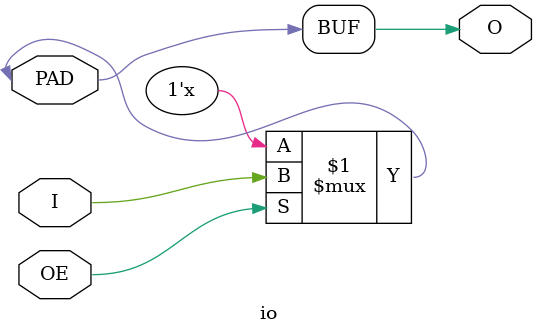
<source format=v>

`define WIDTH 2

module top (
    input OE1,
    input OE2,
    input [`WIDTH-1:0] A1,
    input [`WIDTH-1:0] A2,
    output [`WIDTH-1:0] Y1,
    output [`WIDTH-1:0] Y2,
    output [`WIDTH**2-1:0] W);

   assign W[A1] = (OE2) ? A2[0] : 1'bz;
   assign W[A2] = (OE1) ? A2[1] : 1'bz;

   // have 2 different 'chips' drive the PAD to act like a bi-directional bus
   wire [`WIDTH-1:0] PAD;
   io_ring io_ring1 (.OE(OE1), .A(A1), .Y(Y1), .PAD(PAD));
   io_ring io_ring2 (.OE(OE2), .A(A2), .Y(Y2), .PAD(PAD));

   pullup   p1(PAD);
//   pulldown  p1(PAD);


   wire [5:0] 	     fill = { 4'b0, A1 };

endmodule

module io_ring (input OE, input [`WIDTH-1:0] A, output [`WIDTH-1:0] Y, inout [`WIDTH-1:0] PAD);
   io io[`WIDTH-1:0] (.OE(OE), .I(A), .O(Y), .PAD(PAD));
endmodule

module io (input OE, input I, output O, inout PAD);
   assign O = PAD;
   assign PAD = OE ? I : 1'bz;
endmodule

</source>
